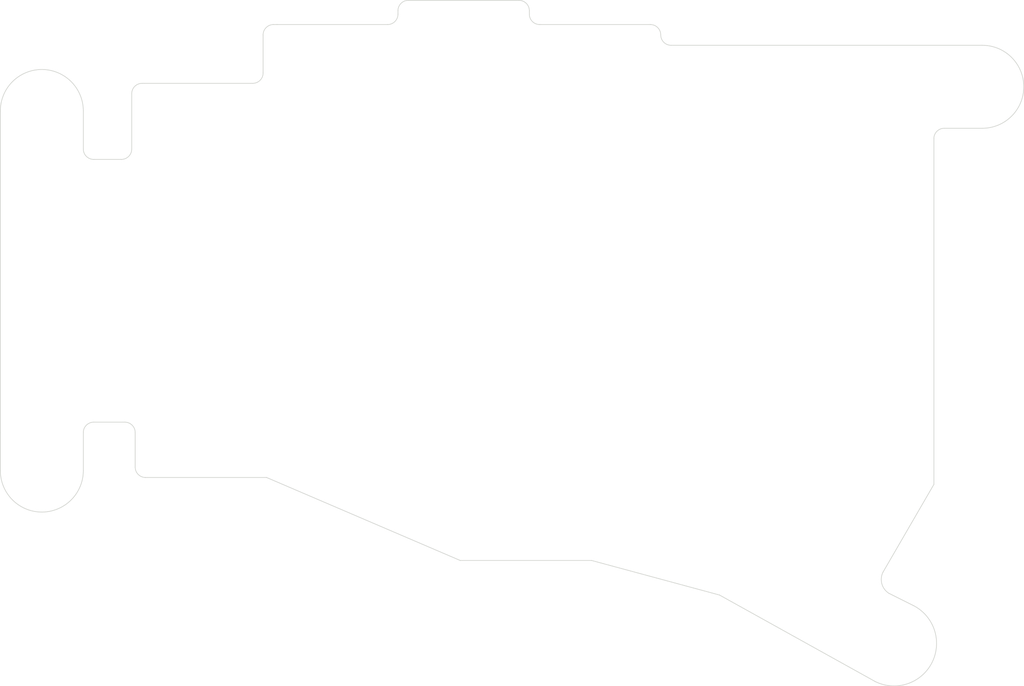
<source format=kicad_pcb>
(kicad_pcb (version 20211014) (generator pcbnew)
  (layers (0 "F.Cu" signal) (31 "B.Cu" signal) (34 "B.Paste" user) (35 "F.Paste" user) (36 "B.SilkS" user "B.Silkscreen") (37 "F.SilkS" user "F.Silkscreen") (38 "B.Mask" user) (39 "F.Mask" user) (44 "Edge.Cuts" user))
  (net 0 "")
  (footprint "kbd:thread_m2" (layer "F.Cu") (at 178.5 123)
    (fp_text reference "H2" hide)
    (fp_text value "MountingHole" hide)
    (pad "" np_thru_hole circle locked (at 0 0) (size 2.3 2.3) (drill 2.3) (layers *.Cu *.Mask))
  )
  (footprint "kbd:thread_m2" (layer "F.Cu") (at 87.5 93.5)
    (fp_text reference "H3" hide)
    (fp_text value "MountingHole" hide)
    (pad "" np_thru_hole circle locked (at 0 0) (size 2.3 2.3) (drill 2.3) (layers *.Cu *.Mask))
  )
  (footprint "MountingHole:MountingHole_4.5mm" (layer "F.Cu") (at 197.75 144.5)
    (fp_text reference "REF**" hide)
    (fp_text value "MountingHole_4.5mm" hide)
    (pad "" np_thru_hole circle (at 0 0) (size 4.5 4.5) (drill 4.5) (layers *.Cu *.Mask))
  )
  (footprint "kbd:thread_m2" (layer "F.Cu") (at 165 77)
    (fp_text reference "H5" hide)
    (fp_text value "MountingHole" hide)
    (pad "" np_thru_hole circle locked (at 0 0) (size 2.3 2.3) (drill 2.3) (layers *.Cu *.Mask))
  )
  (footprint "MountingHole:MountingHole_4.5mm" (layer "F.Cu") (at 74.5 67.5 90)
    (fp_text reference "REF**" hide)
    (fp_text value "MountingHole_4.5mm" hide)
    (pad "" np_thru_hole circle (at 0 0 90) (size 4.5 4.5) (drill 4.5) (layers *.Cu *.Mask))
  )
  (footprint "MountingHole:MountingHole_4.5mm" (layer "F.Cu") (at 74.5 119.5 -90)
    (fp_text reference "REF**" hide)
    (fp_text value "MountingHole_4.5mm" hide)
    (pad "" np_thru_hole circle (at 0 0 270) (size 4.5 4.5) (drill 4.5) (layers *.Cu *.Mask))
  )
  (footprint "MountingHole:MountingHole_4.5mm" (layer "F.Cu") (at 210.5 64)
    (fp_text reference "REF**" hide)
    (fp_text value "MountingHole_4.5mm" hide)
    (pad "" np_thru_hole circle (at 0 0) (size 4.5 4.5) (drill 4.5) (layers *.Cu *.Mask))
  )
  (footprint "kbd:thread_m2" (layer "F.Cu") (at 107.5 74.5)
    (fp_text reference "H1" hide)
    (fp_text value "MountingHole" hide)
    (pad "" np_thru_hole circle locked (at 0 0) (size 2.3 2.3) (drill 2.3) (layers *.Cu *.Mask))
  )
  (footprint "kbd:thread_m2" (layer "F.Cu") (at 127 109)
    (fp_text reference "H4" hide)
    (fp_text value "MountingHole" hide)
    (pad "" np_thru_hole circle locked (at 0 0) (size 2.3 2.3) (drill 2.3) (layers *.Cu *.Mask))
  )
  (gr_line (start 126 53) (end 126 53.5) (layer "Edge.Cuts") (width 0.1))
  (gr_line (start 145 53.5) (end 145 53) (layer "Edge.Cuts") (width 0.1))
  (gr_line (start 135 132.5) (end 154 132.5) (layer "Edge.Cuts") (width 0.1))
  (gr_line (start 210.5 58) (end 165.5 58) (layer "Edge.Cuts") (width 0.1))
  (gr_line (start 68.5 119.5) (end 68.5 114) (layer "Edge.Cuts") (width 0.1))
  (gr_line (start 89.5 120.5) (end 107 120.5) (layer "Edge.Cuts") (width 0.1))
  (gr_line (start 80.5 67.5) (end 80.5 73) (layer "Edge.Cuts") (width 0.1))
  (gr_arc (start 86.5 112.5) (mid 87.56066 112.93934) (end 88 114) (layer "Edge.Cuts") (width 0.1))
  (gr_line (start 87.5 65) (end 87.5 73) (layer "Edge.Cuts") (width 0.1))
  (gr_arc (start 87.5 65) (mid 87.93934 63.93934) (end 89 63.5) (layer "Edge.Cuts") (width 0.1))
  (gr_line (start 143.5 51.5) (end 127.5 51.5) (layer "Edge.Cuts") (width 0.1))
  (gr_arc (start 106.5 62) (mid 106.06066 63.06066) (end 105 63.5) (layer "Edge.Cuts") (width 0.1))
  (gr_line (start 107 120.5) (end 135 132.5) (layer "Edge.Cuts") (width 0.1))
  (gr_line (start 203.5 121.5) (end 203.5 71.5) (layer "Edge.Cuts") (width 0.1))
  (gr_line (start 108.5 55) (end 108 55) (layer "Edge.Cuts") (width 0.1))
  (gr_arc (start 200.5 139.000001) (mid 203.249999 147.25) (end 195 149.999999) (layer "Edge.Cuts") (width 0.1))
  (gr_arc (start 89.5 120.5) (mid 88.43934 120.06066) (end 88 119) (layer "Edge.Cuts") (width 0.1))
  (gr_arc (start 165.5 58) (mid 164.43934 57.56066) (end 164 56.5) (layer "Edge.Cuts") (width 0.1))
  (gr_arc (start 82 74.5) (mid 80.93934 74.06066) (end 80.5 73) (layer "Edge.Cuts") (width 0.1))
  (gr_line (start 105 63.5) (end 89 63.5) (layer "Edge.Cuts") (width 0.1))
  (gr_line (start 88 114) (end 88 119) (layer "Edge.Cuts") (width 0.1))
  (gr_line (start 106.5 56.5) (end 106.5 62) (layer "Edge.Cuts") (width 0.1))
  (gr_line (start 124.5 55) (end 108.5 55) (layer "Edge.Cuts") (width 0.1))
  (gr_arc (start 143.5 51.5) (mid 144.56066 51.93934) (end 145 53) (layer "Edge.Cuts") (width 0.1))
  (gr_line (start 80.5 119.5) (end 80.5 114) (layer "Edge.Cuts") (width 0.1))
  (gr_line (start 203.5 121.5) (end 196.140498 134.195249) (layer "Edge.Cuts") (width 0.1))
  (gr_line (start 86 74.5) (end 82 74.5) (layer "Edge.Cuts") (width 0.1))
  (gr_arc (start 80.5 119.5) (mid 74.5 125.5) (end 68.5 119.5) (layer "Edge.Cuts") (width 0.1))
  (gr_arc (start 87.5 73) (mid 87.06066 74.06066) (end 86 74.5) (layer "Edge.Cuts") (width 0.1))
  (gr_arc (start 203.5 71.5) (mid 203.93934 70.43934) (end 205 70) (layer "Edge.Cuts") (width 0.1))
  (gr_arc (start 146.5 55) (mid 145.43934 54.56066) (end 145 53.5) (layer "Edge.Cuts") (width 0.1))
  (gr_arc (start 210.5 58) (mid 216.5 64) (end 210.5 70) (layer "Edge.Cuts") (width 0.1))
  (gr_arc (start 126 53.5) (mid 125.56066 54.56066) (end 124.5 55) (layer "Edge.Cuts") (width 0.1))
  (gr_arc (start 197 137.25) (mid 195.979661 135.888796) (end 196.140498 134.195249) (layer "Edge.Cuts") (width 0.1))
  (gr_arc (start 126 53) (mid 126.43934 51.93934) (end 127.5 51.5) (layer "Edge.Cuts") (width 0.1))
  (gr_line (start 82 112.5) (end 86.5 112.5) (layer "Edge.Cuts") (width 0.1))
  (gr_arc (start 162.5 55) (mid 163.56066 55.43934) (end 164 56.5) (layer "Edge.Cuts") (width 0.1))
  (gr_line (start 210.5 70) (end 205 70) (layer "Edge.Cuts") (width 0.1))
  (gr_arc (start 68.5 67.5) (mid 74.5 61.5) (end 80.5 67.5) (layer "Edge.Cuts") (width 0.1))
  (gr_line (start 195 149.999999) (end 172.5 137.5) (layer "Edge.Cuts") (width 0.1))
  (gr_line (start 162.5 55) (end 146.5 55) (layer "Edge.Cuts") (width 0.1))
  (gr_arc (start 106.5 56.5) (mid 106.93934 55.43934) (end 108 55) (layer "Edge.Cuts") (width 0.1))
  (gr_line (start 68.5 67.5) (end 68.5 114) (layer "Edge.Cuts") (width 0.1))
  (gr_line (start 200.5 139.000001) (end 197 137.25) (layer "Edge.Cuts") (width 0.1))
  (gr_line (start 154 132.5) (end 172.5 137.5) (layer "Edge.Cuts") (width 0.1))
  (gr_arc (start 80.5 114) (mid 80.93934 112.93934) (end 82 112.5) (layer "Edge.Cuts") (width 0.1))
)
</source>
